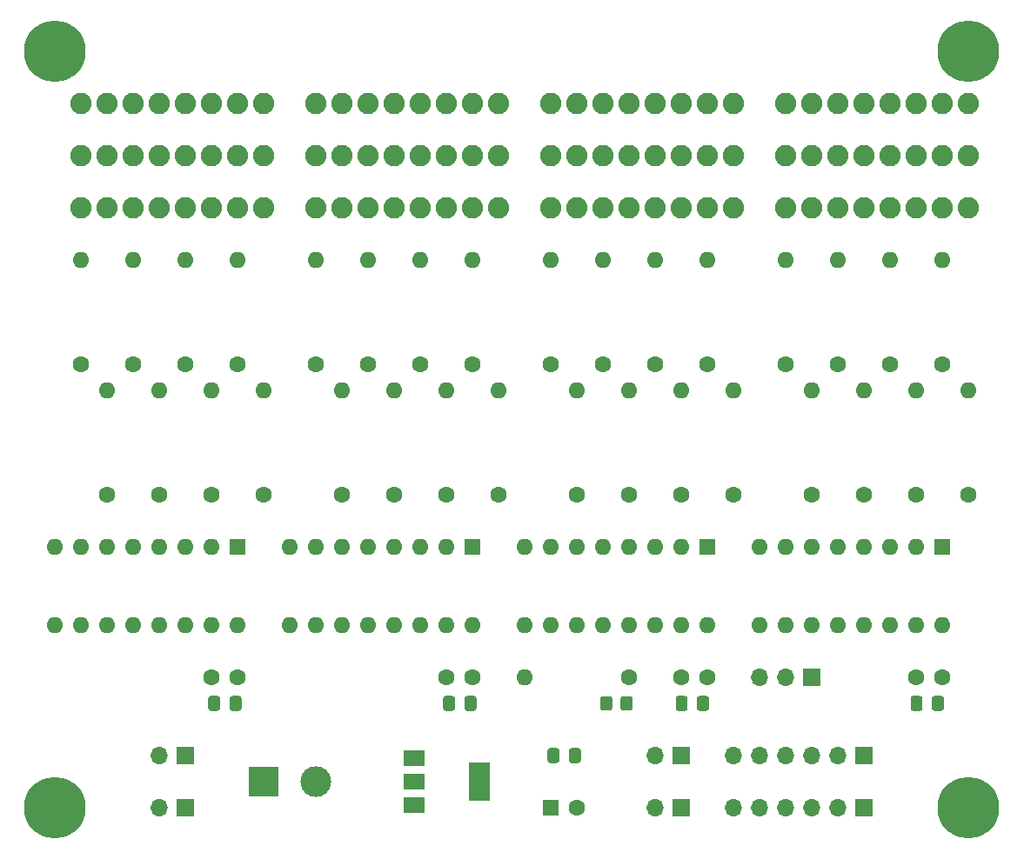
<source format=gbr>
G04 #@! TF.GenerationSoftware,KiCad,Pcbnew,5.1.12-5.1.12*
G04 #@! TF.CreationDate,2022-02-04T10:44:24+11:00*
G04 #@! TF.ProjectId,sr32gpo,73723332-6770-46f2-9e6b-696361645f70,rev?*
G04 #@! TF.SameCoordinates,Original*
G04 #@! TF.FileFunction,Soldermask,Top*
G04 #@! TF.FilePolarity,Negative*
%FSLAX46Y46*%
G04 Gerber Fmt 4.6, Leading zero omitted, Abs format (unit mm)*
G04 Created by KiCad (PCBNEW 5.1.12-5.1.12) date 2022-02-04 10:44:24*
%MOMM*%
%LPD*%
G01*
G04 APERTURE LIST*
%ADD10R,2.000000X1.500000*%
%ADD11R,2.000000X3.800000*%
%ADD12C,2.082800*%
%ADD13O,1.700000X1.700000*%
%ADD14R,1.700000X1.700000*%
%ADD15C,1.600000*%
%ADD16C,3.000000*%
%ADD17R,3.000000X3.000000*%
%ADD18O,1.600000X1.600000*%
%ADD19R,1.600000X1.600000*%
%ADD20C,6.000000*%
G04 APERTURE END LIST*
G04 #@! TO.C,R2*
G36*
G01*
X132950000Y-108769999D02*
X132950000Y-109670001D01*
G75*
G02*
X132700001Y-109920000I-249999J0D01*
G01*
X131999999Y-109920000D01*
G75*
G02*
X131750000Y-109670001I0J249999D01*
G01*
X131750000Y-108769999D01*
G75*
G02*
X131999999Y-108520000I249999J0D01*
G01*
X132700001Y-108520000D01*
G75*
G02*
X132950000Y-108769999I0J-249999D01*
G01*
G37*
G36*
G01*
X134950000Y-108769999D02*
X134950000Y-109670001D01*
G75*
G02*
X134700001Y-109920000I-249999J0D01*
G01*
X133999999Y-109920000D01*
G75*
G02*
X133750000Y-109670001I0J249999D01*
G01*
X133750000Y-108769999D01*
G75*
G02*
X133999999Y-108520000I249999J0D01*
G01*
X134700001Y-108520000D01*
G75*
G02*
X134950000Y-108769999I0J-249999D01*
G01*
G37*
G04 #@! TD*
G04 #@! TO.C,C14*
G36*
G01*
X95700000Y-109695000D02*
X95700000Y-108745000D01*
G75*
G02*
X95950000Y-108495000I250000J0D01*
G01*
X96625000Y-108495000D01*
G75*
G02*
X96875000Y-108745000I0J-250000D01*
G01*
X96875000Y-109695000D01*
G75*
G02*
X96625000Y-109945000I-250000J0D01*
G01*
X95950000Y-109945000D01*
G75*
G02*
X95700000Y-109695000I0J250000D01*
G01*
G37*
G36*
G01*
X93625000Y-109695000D02*
X93625000Y-108745000D01*
G75*
G02*
X93875000Y-108495000I250000J0D01*
G01*
X94550000Y-108495000D01*
G75*
G02*
X94800000Y-108745000I0J-250000D01*
G01*
X94800000Y-109695000D01*
G75*
G02*
X94550000Y-109945000I-250000J0D01*
G01*
X93875000Y-109945000D01*
G75*
G02*
X93625000Y-109695000I0J250000D01*
G01*
G37*
G04 #@! TD*
G04 #@! TO.C,C13*
G36*
G01*
X118560000Y-109695000D02*
X118560000Y-108745000D01*
G75*
G02*
X118810000Y-108495000I250000J0D01*
G01*
X119485000Y-108495000D01*
G75*
G02*
X119735000Y-108745000I0J-250000D01*
G01*
X119735000Y-109695000D01*
G75*
G02*
X119485000Y-109945000I-250000J0D01*
G01*
X118810000Y-109945000D01*
G75*
G02*
X118560000Y-109695000I0J250000D01*
G01*
G37*
G36*
G01*
X116485000Y-109695000D02*
X116485000Y-108745000D01*
G75*
G02*
X116735000Y-108495000I250000J0D01*
G01*
X117410000Y-108495000D01*
G75*
G02*
X117660000Y-108745000I0J-250000D01*
G01*
X117660000Y-109695000D01*
G75*
G02*
X117410000Y-109945000I-250000J0D01*
G01*
X116735000Y-109945000D01*
G75*
G02*
X116485000Y-109695000I0J250000D01*
G01*
G37*
G04 #@! TD*
G04 #@! TO.C,C12*
G36*
G01*
X141188000Y-109695000D02*
X141188000Y-108745000D01*
G75*
G02*
X141438000Y-108495000I250000J0D01*
G01*
X142113000Y-108495000D01*
G75*
G02*
X142363000Y-108745000I0J-250000D01*
G01*
X142363000Y-109695000D01*
G75*
G02*
X142113000Y-109945000I-250000J0D01*
G01*
X141438000Y-109945000D01*
G75*
G02*
X141188000Y-109695000I0J250000D01*
G01*
G37*
G36*
G01*
X139113000Y-109695000D02*
X139113000Y-108745000D01*
G75*
G02*
X139363000Y-108495000I250000J0D01*
G01*
X140038000Y-108495000D01*
G75*
G02*
X140288000Y-108745000I0J-250000D01*
G01*
X140288000Y-109695000D01*
G75*
G02*
X140038000Y-109945000I-250000J0D01*
G01*
X139363000Y-109945000D01*
G75*
G02*
X139113000Y-109695000I0J250000D01*
G01*
G37*
G04 #@! TD*
G04 #@! TO.C,C11*
G36*
G01*
X164048000Y-109695000D02*
X164048000Y-108745000D01*
G75*
G02*
X164298000Y-108495000I250000J0D01*
G01*
X164973000Y-108495000D01*
G75*
G02*
X165223000Y-108745000I0J-250000D01*
G01*
X165223000Y-109695000D01*
G75*
G02*
X164973000Y-109945000I-250000J0D01*
G01*
X164298000Y-109945000D01*
G75*
G02*
X164048000Y-109695000I0J250000D01*
G01*
G37*
G36*
G01*
X161973000Y-109695000D02*
X161973000Y-108745000D01*
G75*
G02*
X162223000Y-108495000I250000J0D01*
G01*
X162898000Y-108495000D01*
G75*
G02*
X163148000Y-108745000I0J-250000D01*
G01*
X163148000Y-109695000D01*
G75*
G02*
X162898000Y-109945000I-250000J0D01*
G01*
X162223000Y-109945000D01*
G75*
G02*
X161973000Y-109695000I0J250000D01*
G01*
G37*
G04 #@! TD*
G04 #@! TO.C,C15*
G36*
G01*
X128720000Y-114775000D02*
X128720000Y-113825000D01*
G75*
G02*
X128970000Y-113575000I250000J0D01*
G01*
X129645000Y-113575000D01*
G75*
G02*
X129895000Y-113825000I0J-250000D01*
G01*
X129895000Y-114775000D01*
G75*
G02*
X129645000Y-115025000I-250000J0D01*
G01*
X128970000Y-115025000D01*
G75*
G02*
X128720000Y-114775000I0J250000D01*
G01*
G37*
G36*
G01*
X126645000Y-114775000D02*
X126645000Y-113825000D01*
G75*
G02*
X126895000Y-113575000I250000J0D01*
G01*
X127570000Y-113575000D01*
G75*
G02*
X127820000Y-113825000I0J-250000D01*
G01*
X127820000Y-114775000D01*
G75*
G02*
X127570000Y-115025000I-250000J0D01*
G01*
X126895000Y-115025000D01*
G75*
G02*
X126645000Y-114775000I0J250000D01*
G01*
G37*
G04 #@! TD*
D10*
G04 #@! TO.C,U11*
X113690000Y-114540000D03*
X113690000Y-119140000D03*
X113690000Y-116840000D03*
D11*
X119990000Y-116840000D03*
G04 #@! TD*
D12*
G04 #@! TO.C,J23*
X144780000Y-50800000D03*
X142240000Y-50800000D03*
X139700000Y-50800000D03*
X137160000Y-50800000D03*
X134620000Y-50800000D03*
X132080000Y-50800000D03*
X129540000Y-50800000D03*
X127000000Y-50800000D03*
G04 #@! TD*
G04 #@! TO.C,J33*
X121920000Y-50800000D03*
X119380000Y-50800000D03*
X116840000Y-50800000D03*
X114300000Y-50800000D03*
X111760000Y-50800000D03*
X109220000Y-50800000D03*
X106680000Y-50800000D03*
X104140000Y-50800000D03*
G04 #@! TD*
G04 #@! TO.C,J13*
X167640000Y-50800000D03*
X165100000Y-50800000D03*
X162560000Y-50800000D03*
X160020000Y-50800000D03*
X157480000Y-50800000D03*
X154940000Y-50800000D03*
X152400000Y-50800000D03*
X149860000Y-50800000D03*
G04 #@! TD*
G04 #@! TO.C,J43*
X99060000Y-50800000D03*
X96520000Y-50800000D03*
X93980000Y-50800000D03*
X91440000Y-50800000D03*
X88900000Y-50800000D03*
X86360000Y-50800000D03*
X83820000Y-50800000D03*
X81280000Y-50800000D03*
G04 #@! TD*
D13*
G04 #@! TO.C,J3*
X88900000Y-114300000D03*
D14*
X91440000Y-114300000D03*
G04 #@! TD*
D13*
G04 #@! TO.C,J2*
X88900000Y-119380000D03*
D14*
X91440000Y-119380000D03*
G04 #@! TD*
D13*
G04 #@! TO.C,J7*
X144780000Y-114300000D03*
X147320000Y-114300000D03*
X149860000Y-114300000D03*
X152400000Y-114300000D03*
X154940000Y-114300000D03*
D14*
X157480000Y-114300000D03*
G04 #@! TD*
D13*
G04 #@! TO.C,J6*
X144780000Y-119380000D03*
X147320000Y-119380000D03*
X149860000Y-119380000D03*
X152400000Y-119380000D03*
X154940000Y-119380000D03*
D14*
X157480000Y-119380000D03*
G04 #@! TD*
D15*
G04 #@! TO.C,C4*
X96480000Y-106680000D03*
X93980000Y-106680000D03*
G04 #@! TD*
G04 #@! TO.C,C3*
X119340000Y-106680000D03*
X116840000Y-106680000D03*
G04 #@! TD*
G04 #@! TO.C,C2*
X142200000Y-106680000D03*
X139700000Y-106680000D03*
G04 #@! TD*
G04 #@! TO.C,C1*
X165060000Y-106680000D03*
X162560000Y-106680000D03*
G04 #@! TD*
D13*
G04 #@! TO.C,J5*
X137160000Y-114300000D03*
D14*
X139700000Y-114300000D03*
G04 #@! TD*
D13*
G04 #@! TO.C,J4*
X137160000Y-119380000D03*
D14*
X139700000Y-119380000D03*
G04 #@! TD*
D16*
G04 #@! TO.C,J1*
X104140000Y-116840000D03*
D17*
X99060000Y-116840000D03*
G04 #@! TD*
D12*
G04 #@! TO.C,J42*
X81280000Y-55880000D03*
X83820000Y-55880000D03*
X86360000Y-55880000D03*
X88900000Y-55880000D03*
X91440000Y-55880000D03*
X93980000Y-55880000D03*
X96520000Y-55880000D03*
X99060000Y-55880000D03*
G04 #@! TD*
G04 #@! TO.C,J41*
X81280000Y-60960000D03*
X83820000Y-60960000D03*
X86360000Y-60960000D03*
X88900000Y-60960000D03*
X91440000Y-60960000D03*
X93980000Y-60960000D03*
X96520000Y-60960000D03*
X99060000Y-60960000D03*
G04 #@! TD*
G04 #@! TO.C,J32*
X104140000Y-55880000D03*
X106680000Y-55880000D03*
X109220000Y-55880000D03*
X111760000Y-55880000D03*
X114300000Y-55880000D03*
X116840000Y-55880000D03*
X119380000Y-55880000D03*
X121920000Y-55880000D03*
G04 #@! TD*
G04 #@! TO.C,J31*
X104140000Y-60960000D03*
X106680000Y-60960000D03*
X109220000Y-60960000D03*
X111760000Y-60960000D03*
X114300000Y-60960000D03*
X116840000Y-60960000D03*
X119380000Y-60960000D03*
X121920000Y-60960000D03*
G04 #@! TD*
G04 #@! TO.C,J22*
X127000000Y-55880000D03*
X129540000Y-55880000D03*
X132080000Y-55880000D03*
X134620000Y-55880000D03*
X137160000Y-55880000D03*
X139700000Y-55880000D03*
X142240000Y-55880000D03*
X144780000Y-55880000D03*
G04 #@! TD*
G04 #@! TO.C,J21*
X127000000Y-60960000D03*
X129540000Y-60960000D03*
X132080000Y-60960000D03*
X134620000Y-60960000D03*
X137160000Y-60960000D03*
X139700000Y-60960000D03*
X142240000Y-60960000D03*
X144780000Y-60960000D03*
G04 #@! TD*
G04 #@! TO.C,J12*
X149860000Y-55880000D03*
X152400000Y-55880000D03*
X154940000Y-55880000D03*
X157480000Y-55880000D03*
X160020000Y-55880000D03*
X162560000Y-55880000D03*
X165100000Y-55880000D03*
X167640000Y-55880000D03*
G04 #@! TD*
G04 #@! TO.C,J11*
X149860000Y-60960000D03*
X152400000Y-60960000D03*
X154940000Y-60960000D03*
X157480000Y-60960000D03*
X160020000Y-60960000D03*
X162560000Y-60960000D03*
X165100000Y-60960000D03*
X167640000Y-60960000D03*
G04 #@! TD*
D18*
G04 #@! TO.C,R48*
X81280000Y-66040000D03*
D15*
X81280000Y-76200000D03*
G04 #@! TD*
D18*
G04 #@! TO.C,R47*
X83820000Y-78740000D03*
D15*
X83820000Y-88900000D03*
G04 #@! TD*
D18*
G04 #@! TO.C,R46*
X86360000Y-66040000D03*
D15*
X86360000Y-76200000D03*
G04 #@! TD*
D18*
G04 #@! TO.C,R45*
X88900000Y-78740000D03*
D15*
X88900000Y-88900000D03*
G04 #@! TD*
D18*
G04 #@! TO.C,R44*
X91440000Y-66040000D03*
D15*
X91440000Y-76200000D03*
G04 #@! TD*
D18*
G04 #@! TO.C,R43*
X93980000Y-78740000D03*
D15*
X93980000Y-88900000D03*
G04 #@! TD*
D18*
G04 #@! TO.C,R42*
X96520000Y-66040000D03*
D15*
X96520000Y-76200000D03*
G04 #@! TD*
D18*
G04 #@! TO.C,R41*
X99060000Y-78740000D03*
D15*
X99060000Y-88900000D03*
G04 #@! TD*
D18*
G04 #@! TO.C,R38*
X104140000Y-66040000D03*
D15*
X104140000Y-76200000D03*
G04 #@! TD*
D18*
G04 #@! TO.C,R37*
X106680000Y-78740000D03*
D15*
X106680000Y-88900000D03*
G04 #@! TD*
D18*
G04 #@! TO.C,R36*
X109220000Y-66040000D03*
D15*
X109220000Y-76200000D03*
G04 #@! TD*
D18*
G04 #@! TO.C,R35*
X111760000Y-78740000D03*
D15*
X111760000Y-88900000D03*
G04 #@! TD*
D18*
G04 #@! TO.C,R34*
X114300000Y-66040000D03*
D15*
X114300000Y-76200000D03*
G04 #@! TD*
D18*
G04 #@! TO.C,R33*
X116840000Y-78740000D03*
D15*
X116840000Y-88900000D03*
G04 #@! TD*
D18*
G04 #@! TO.C,R32*
X119380000Y-66040000D03*
D15*
X119380000Y-76200000D03*
G04 #@! TD*
D18*
G04 #@! TO.C,R31*
X121920000Y-78740000D03*
D15*
X121920000Y-88900000D03*
G04 #@! TD*
D18*
G04 #@! TO.C,R28*
X127000000Y-66040000D03*
D15*
X127000000Y-76200000D03*
G04 #@! TD*
D18*
G04 #@! TO.C,R27*
X129540000Y-78740000D03*
D15*
X129540000Y-88900000D03*
G04 #@! TD*
D18*
G04 #@! TO.C,R26*
X132080000Y-66040000D03*
D15*
X132080000Y-76200000D03*
G04 #@! TD*
D18*
G04 #@! TO.C,R25*
X134620000Y-78740000D03*
D15*
X134620000Y-88900000D03*
G04 #@! TD*
D18*
G04 #@! TO.C,R24*
X137160000Y-66040000D03*
D15*
X137160000Y-76200000D03*
G04 #@! TD*
D18*
G04 #@! TO.C,R23*
X139700000Y-78740000D03*
D15*
X139700000Y-88900000D03*
G04 #@! TD*
D18*
G04 #@! TO.C,R22*
X142240000Y-66040000D03*
D15*
X142240000Y-76200000D03*
G04 #@! TD*
D18*
G04 #@! TO.C,R21*
X144780000Y-78740000D03*
D15*
X144780000Y-88900000D03*
G04 #@! TD*
D18*
G04 #@! TO.C,R18*
X149860000Y-66040000D03*
D15*
X149860000Y-76200000D03*
G04 #@! TD*
D18*
G04 #@! TO.C,R17*
X152400000Y-78740000D03*
D15*
X152400000Y-88900000D03*
G04 #@! TD*
D18*
G04 #@! TO.C,R16*
X154940000Y-66040000D03*
D15*
X154940000Y-76200000D03*
G04 #@! TD*
D18*
G04 #@! TO.C,R15*
X157480000Y-78740000D03*
D15*
X157480000Y-88900000D03*
G04 #@! TD*
D18*
G04 #@! TO.C,R14*
X160020000Y-66040000D03*
D15*
X160020000Y-76200000D03*
G04 #@! TD*
D18*
G04 #@! TO.C,R13*
X162560000Y-78740000D03*
D15*
X162560000Y-88900000D03*
G04 #@! TD*
D18*
G04 #@! TO.C,R12*
X165100000Y-66040000D03*
D15*
X165100000Y-76200000D03*
G04 #@! TD*
D18*
G04 #@! TO.C,R11*
X167640000Y-78740000D03*
D15*
X167640000Y-88900000D03*
G04 #@! TD*
D18*
G04 #@! TO.C,R1*
X124460000Y-106680000D03*
D15*
X134620000Y-106680000D03*
G04 #@! TD*
D18*
G04 #@! TO.C,U4*
X96520000Y-101600000D03*
X78740000Y-93980000D03*
X93980000Y-101600000D03*
X81280000Y-93980000D03*
X91440000Y-101600000D03*
X83820000Y-93980000D03*
X88900000Y-101600000D03*
X86360000Y-93980000D03*
X86360000Y-101600000D03*
X88900000Y-93980000D03*
X83820000Y-101600000D03*
X91440000Y-93980000D03*
X81280000Y-101600000D03*
X93980000Y-93980000D03*
X78740000Y-101600000D03*
D19*
X96520000Y-93980000D03*
G04 #@! TD*
D18*
G04 #@! TO.C,U3*
X119380000Y-101600000D03*
X101600000Y-93980000D03*
X116840000Y-101600000D03*
X104140000Y-93980000D03*
X114300000Y-101600000D03*
X106680000Y-93980000D03*
X111760000Y-101600000D03*
X109220000Y-93980000D03*
X109220000Y-101600000D03*
X111760000Y-93980000D03*
X106680000Y-101600000D03*
X114300000Y-93980000D03*
X104140000Y-101600000D03*
X116840000Y-93980000D03*
X101600000Y-101600000D03*
D19*
X119380000Y-93980000D03*
G04 #@! TD*
D18*
G04 #@! TO.C,U2*
X142240000Y-101600000D03*
X124460000Y-93980000D03*
X139700000Y-101600000D03*
X127000000Y-93980000D03*
X137160000Y-101600000D03*
X129540000Y-93980000D03*
X134620000Y-101600000D03*
X132080000Y-93980000D03*
X132080000Y-101600000D03*
X134620000Y-93980000D03*
X129540000Y-101600000D03*
X137160000Y-93980000D03*
X127000000Y-101600000D03*
X139700000Y-93980000D03*
X124460000Y-101600000D03*
D19*
X142240000Y-93980000D03*
G04 #@! TD*
D18*
G04 #@! TO.C,U1*
X165100000Y-101600000D03*
X147320000Y-93980000D03*
X162560000Y-101600000D03*
X149860000Y-93980000D03*
X160020000Y-101600000D03*
X152400000Y-93980000D03*
X157480000Y-101600000D03*
X154940000Y-93980000D03*
X154940000Y-101600000D03*
X157480000Y-93980000D03*
X152400000Y-101600000D03*
X160020000Y-93980000D03*
X149860000Y-101600000D03*
X162560000Y-93980000D03*
X147320000Y-101600000D03*
D19*
X165100000Y-93980000D03*
G04 #@! TD*
D13*
G04 #@! TO.C,JP1*
X147320000Y-106680000D03*
X149860000Y-106680000D03*
D14*
X152400000Y-106680000D03*
G04 #@! TD*
D20*
G04 #@! TO.C,H4*
X167640000Y-119380000D03*
G04 #@! TD*
G04 #@! TO.C,H3*
X78740000Y-119380000D03*
G04 #@! TD*
G04 #@! TO.C,H2*
X167640000Y-45720000D03*
G04 #@! TD*
G04 #@! TO.C,H1*
X78740000Y-45720000D03*
G04 #@! TD*
D15*
G04 #@! TO.C,C5*
X129500000Y-119380000D03*
D19*
X127000000Y-119380000D03*
G04 #@! TD*
M02*

</source>
